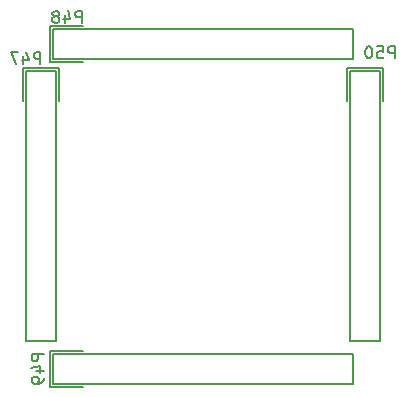
<source format=gbr>
G04 #@! TF.FileFunction,Legend,Bot*
%FSLAX46Y46*%
G04 Gerber Fmt 4.6, Leading zero omitted, Abs format (unit mm)*
G04 Created by KiCad (PCBNEW 4.0.5) date Thu Feb 16 13:03:40 2017*
%MOMM*%
%LPD*%
G01*
G04 APERTURE LIST*
%ADD10C,0.100000*%
%ADD11C,0.150000*%
G04 APERTURE END LIST*
D10*
D11*
X2794000Y26684000D02*
X2794000Y23890000D01*
X-254000Y26684000D02*
X2794000Y26684000D01*
X-254000Y23890000D02*
X-254000Y26684000D01*
X0Y3570000D02*
X0Y26430000D01*
X2540000Y3570000D02*
X0Y3570000D01*
X2540000Y26430000D02*
X2540000Y3570000D01*
X0Y26430000D02*
X2540000Y26430000D01*
X2046000Y2794000D02*
X4840000Y2794000D01*
X2046000Y-254000D02*
X2046000Y2794000D01*
X4840000Y-254000D02*
X2046000Y-254000D01*
X27700000Y0D02*
X2300000Y0D01*
X27700000Y2540000D02*
X27700000Y0D01*
X2300000Y2540000D02*
X27700000Y2540000D01*
X2300000Y0D02*
X2300000Y2540000D01*
X30254000Y26684000D02*
X30254000Y23890000D01*
X27206000Y26684000D02*
X30254000Y26684000D01*
X27206000Y23890000D02*
X27206000Y26684000D01*
X27460000Y3570000D02*
X27460000Y26430000D01*
X30000000Y3570000D02*
X27460000Y3570000D01*
X30000000Y26430000D02*
X30000000Y3570000D01*
X27460000Y26430000D02*
X30000000Y26430000D01*
X2046000Y30254000D02*
X4840000Y30254000D01*
X2046000Y27206000D02*
X2046000Y30254000D01*
X4840000Y27206000D02*
X2046000Y27206000D01*
X27700000Y27460000D02*
X2300000Y27460000D01*
X27700000Y30000000D02*
X27700000Y27460000D01*
X2300000Y30000000D02*
X27700000Y30000000D01*
X2300000Y27460000D02*
X2300000Y30000000D01*
X1214286Y27047619D02*
X1214286Y28047619D01*
X833333Y28047619D01*
X738095Y28000000D01*
X690476Y27952381D01*
X642857Y27857143D01*
X642857Y27714286D01*
X690476Y27619048D01*
X738095Y27571429D01*
X833333Y27523810D01*
X1214286Y27523810D01*
X-214286Y27714286D02*
X-214286Y27047619D01*
X23810Y28095238D02*
X261905Y27380952D01*
X-357143Y27380952D01*
X-642857Y28047619D02*
X-1309524Y28047619D01*
X-880952Y27047619D01*
X1482381Y2484286D02*
X482381Y2484286D01*
X482381Y2103333D01*
X530000Y2008095D01*
X577619Y1960476D01*
X672857Y1912857D01*
X815714Y1912857D01*
X910952Y1960476D01*
X958571Y2008095D01*
X1006190Y2103333D01*
X1006190Y2484286D01*
X815714Y1055714D02*
X1482381Y1055714D01*
X434762Y1293810D02*
X1149048Y1531905D01*
X1149048Y912857D01*
X1482381Y484286D02*
X1482381Y293810D01*
X1434762Y198571D01*
X1387143Y150952D01*
X1244286Y55714D01*
X1053810Y8095D01*
X672857Y8095D01*
X577619Y55714D01*
X530000Y103333D01*
X482381Y198571D01*
X482381Y389048D01*
X530000Y484286D01*
X577619Y531905D01*
X672857Y579524D01*
X910952Y579524D01*
X1006190Y531905D01*
X1053810Y484286D01*
X1101429Y389048D01*
X1101429Y198571D01*
X1053810Y103333D01*
X1006190Y55714D01*
X910952Y8095D01*
X31214286Y27547619D02*
X31214286Y28547619D01*
X30833333Y28547619D01*
X30738095Y28500000D01*
X30690476Y28452381D01*
X30642857Y28357143D01*
X30642857Y28214286D01*
X30690476Y28119048D01*
X30738095Y28071429D01*
X30833333Y28023810D01*
X31214286Y28023810D01*
X29738095Y28547619D02*
X30214286Y28547619D01*
X30261905Y28071429D01*
X30214286Y28119048D01*
X30119048Y28166667D01*
X29880952Y28166667D01*
X29785714Y28119048D01*
X29738095Y28071429D01*
X29690476Y27976190D01*
X29690476Y27738095D01*
X29738095Y27642857D01*
X29785714Y27595238D01*
X29880952Y27547619D01*
X30119048Y27547619D01*
X30214286Y27595238D01*
X30261905Y27642857D01*
X29071429Y28547619D02*
X28976190Y28547619D01*
X28880952Y28500000D01*
X28833333Y28452381D01*
X28785714Y28357143D01*
X28738095Y28166667D01*
X28738095Y27928571D01*
X28785714Y27738095D01*
X28833333Y27642857D01*
X28880952Y27595238D01*
X28976190Y27547619D01*
X29071429Y27547619D01*
X29166667Y27595238D01*
X29214286Y27642857D01*
X29261905Y27738095D01*
X29309524Y27928571D01*
X29309524Y28166667D01*
X29261905Y28357143D01*
X29214286Y28452381D01*
X29166667Y28500000D01*
X29071429Y28547619D01*
X4714286Y30547619D02*
X4714286Y31547619D01*
X4333333Y31547619D01*
X4238095Y31500000D01*
X4190476Y31452381D01*
X4142857Y31357143D01*
X4142857Y31214286D01*
X4190476Y31119048D01*
X4238095Y31071429D01*
X4333333Y31023810D01*
X4714286Y31023810D01*
X3285714Y31214286D02*
X3285714Y30547619D01*
X3523810Y31595238D02*
X3761905Y30880952D01*
X3142857Y30880952D01*
X2619048Y31119048D02*
X2714286Y31166667D01*
X2761905Y31214286D01*
X2809524Y31309524D01*
X2809524Y31357143D01*
X2761905Y31452381D01*
X2714286Y31500000D01*
X2619048Y31547619D01*
X2428571Y31547619D01*
X2333333Y31500000D01*
X2285714Y31452381D01*
X2238095Y31357143D01*
X2238095Y31309524D01*
X2285714Y31214286D01*
X2333333Y31166667D01*
X2428571Y31119048D01*
X2619048Y31119048D01*
X2714286Y31071429D01*
X2761905Y31023810D01*
X2809524Y30928571D01*
X2809524Y30738095D01*
X2761905Y30642857D01*
X2714286Y30595238D01*
X2619048Y30547619D01*
X2428571Y30547619D01*
X2333333Y30595238D01*
X2285714Y30642857D01*
X2238095Y30738095D01*
X2238095Y30928571D01*
X2285714Y31023810D01*
X2333333Y31071429D01*
X2428571Y31119048D01*
M02*

</source>
